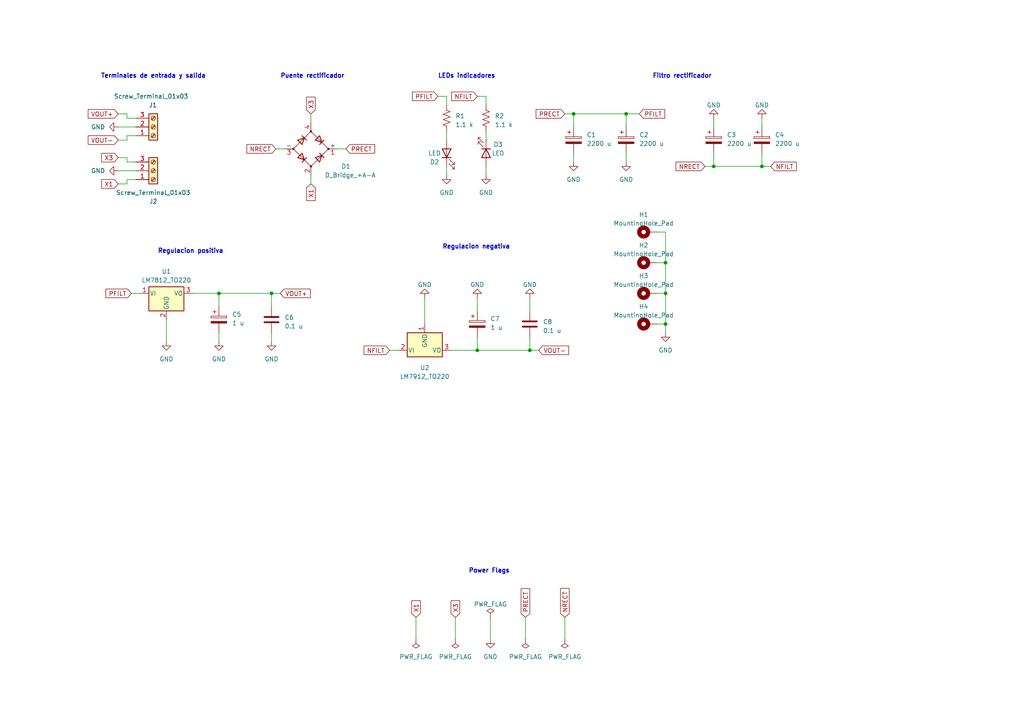
<source format=kicad_sch>
(kicad_sch (version 20230121) (generator eeschema)
  (paper "A4")
  (lib_symbols
    (symbol "Connector:Screw_Terminal_01x03" (pin_names (offset 1.016) hide)
      (property "Reference" "J" (at 0 5.08 0))
      (property "Value" "Screw_Terminal_01x03" (at 0 -5.08 0))
      (symbol "Screw_Terminal_01x03_1_1"
        (rectangle (start -1.27 3.81) (end 1.27 -3.81) (stroke (width 0.254)) (fill (type background)))
        (circle (center 0 -2.54) (radius 0.635) (stroke (width 0.1524)))
        (polyline (pts (xy -0.5334 -2.2098) (xy 0.3302 -3.048)) (stroke (width 0.1524)))
        (polyline (pts (xy -0.5334 0.3302) (xy 0.3302 -0.508)) (stroke (width 0.1524)))
        (polyline (pts (xy -0.5334 2.8702) (xy 0.3302 2.032)) (stroke (width 0.1524)))
        (polyline (pts (xy -0.3556 -2.032) (xy 0.508 -2.8702)) (stroke (width 0.1524)))
        (polyline (pts (xy -0.3556 0.508) (xy 0.508 -0.3302)) (stroke (width 0.1524)))
        (polyline (pts (xy -0.3556 3.048) (xy 0.508 2.2098)) (stroke (width 0.1524)))
        (circle (center 0 0) (radius 0.635) (stroke (width 0.1524)))
        (circle (center 0 2.54) (radius 0.635) (stroke (width 0.1524)))
        (pin passive line (at -5.08 2.54 0) (length 3.81) (name "Pin_1") (number "1"))
        (pin passive line (at -5.08 0 0) (length 3.81) (name "Pin_2") (number "2"))
        (pin passive line (at -5.08 -2.54 0) (length 3.81) (name "Pin_3") (number "3"))
      )
    )
    (symbol "Device:C" (pin_numbers hide) (pin_names (offset 0.254))
      (property "Reference" "C" (at 0.635 2.54 0))
      (property "Value" "C" (at 0.635 -2.54 0))
      (symbol "C_0_1"
        (polyline (pts (xy -2.032 -0.762) (xy 2.032 -0.762)) (stroke (width 0.508)))
        (polyline (pts (xy -2.032 0.762) (xy 2.032 0.762)) (stroke (width 0.508)))
      )
      (symbol "C_1_1"
        (pin passive line (at 0 3.81 270) (length 2.794) (name "~") (number "1"))
        (pin passive line (at 0 -3.81 90) (length 2.794) (name "~") (number "2"))
      )
    )
    (symbol "Device:C_Polarized" (pin_numbers hide) (pin_names (offset 0.254))
      (property "Reference" "C" (at 0.635 2.54 0))
      (property "Value" "C_Polarized" (at 0.635 -2.54 0))
      (symbol "C_Polarized_0_1"
        (rectangle (start -2.286 0.508) (end 2.286 1.016))
        (polyline (pts (xy -1.778 2.286) (xy -0.762 2.286)))
        (polyline (pts (xy -1.27 2.794) (xy -1.27 1.778)))
        (rectangle (start 2.286 -0.508) (end -2.286 -1.016) (fill (type outline)))
      )
      (symbol "C_Polarized_1_1"
        (pin passive line (at 0 3.81 270) (length 2.794) (name "~") (number "1"))
        (pin passive line (at 0 -3.81 90) (length 2.794) (name "~") (number "2"))
      )
    )
    (symbol "Device:D_Bridge_+A-A" (pin_names (offset 0))
      (property "Reference" "D" (at 2.54 6.985 0))
      (property "Value" "D_Bridge_+A-A" (at 2.54 5.08 0))
      (symbol "D_Bridge_+A-A_0_1"
        (circle (center -5.08 0) (radius 0.254) (fill (type outline)))
        (circle (center 0 -5.08) (radius 0.254) (fill (type outline)))
        (polyline (pts (xy -2.54 3.81) (xy -1.27 2.54)) (stroke (width 0.254)))
        (polyline (pts (xy -1.27 -2.54) (xy -2.54 -3.81)) (stroke (width 0.254)))
        (polyline (pts (xy 2.54 -1.27) (xy 3.81 -2.54)) (stroke (width 0.254)))
        (polyline (pts (xy 2.54 1.27) (xy 3.81 2.54)) (stroke (width 0.254)))
        (polyline (pts (xy -3.81 2.54) (xy -2.54 1.27) (xy -1.905 3.175) (xy -3.81 2.54)) (stroke (width 0.254)))
        (polyline (pts (xy -2.54 -1.27) (xy -3.81 -2.54) (xy -1.905 -3.175) (xy -2.54 -1.27)) (stroke (width 0.254)))
        (polyline (pts (xy 1.27 2.54) (xy 2.54 3.81) (xy 3.175 1.905) (xy 1.27 2.54)) (stroke (width 0.254)))
        (polyline (pts (xy 3.175 -1.905) (xy 1.27 -2.54) (xy 2.54 -3.81) (xy 3.175 -1.905)) (stroke (width 0.254)))
        (polyline (pts (xy -5.08 0) (xy 0 -5.08) (xy 5.08 0) (xy 0 5.08) (xy -5.08 0)))
        (circle (center 0 5.08) (radius 0.254) (fill (type outline)))
        (circle (center 5.08 0) (radius 0.254) (fill (type outline)))
      )
      (symbol "D_Bridge_+A-A_1_1"
        (pin passive line (at 7.62 0 180) (length 2.54) (name "+") (number "1"))
        (pin passive line (at 0 -7.62 90) (length 2.54) (name "~") (number "2"))
        (pin passive line (at -7.62 0 0) (length 2.54) (name "-") (number "3"))
        (pin passive line (at 0 7.62 270) (length 2.54) (name "~") (number "4"))
      )
    )
    (symbol "Device:LED" (pin_numbers hide) (pin_names (offset 1.016) hide)
      (property "Reference" "D" (at 0 2.54 0))
      (property "Value" "LED" (at 0 -2.54 0))
      (symbol "LED_0_1"
        (polyline (pts (xy -1.27 -1.27) (xy -1.27 1.27)) (stroke (width 0.254)))
        (polyline (pts (xy -1.27 0) (xy 1.27 0)))
        (polyline (pts (xy 1.27 -1.27) (xy 1.27 1.27) (xy -1.27 0) (xy 1.27 -1.27)) (stroke (width 0.254)))
        (polyline (pts (xy -3.048 -0.762) (xy -4.572 -2.286) (xy -3.81 -2.286) (xy -4.572 -2.286) (xy -4.572 -1.524)))
        (polyline (pts (xy -1.778 -0.762) (xy -3.302 -2.286) (xy -2.54 -2.286) (xy -3.302 -2.286) (xy -3.302 -1.524)))
      )
      (symbol "LED_1_1"
        (pin passive line (at -3.81 0 0) (length 2.54) (name "K") (number "1"))
        (pin passive line (at 3.81 0 180) (length 2.54) (name "A") (number "2"))
      )
    )
    (symbol "Device:R_US" (pin_numbers hide) (pin_names (offset 0))
      (property "Reference" "R" (at 2.54 0 90))
      (property "Value" "R_US" (at -2.54 0 90))
      (symbol "R_US_0_1"
        (polyline (pts (xy 0 -2.286) (xy 0 -2.54)))
        (polyline (pts (xy 0 2.286) (xy 0 2.54)))
        (polyline (pts (xy 0 -0.762) (xy 1.016 -1.143) (xy 0 -1.524) (xy -1.016 -1.905) (xy 0 -2.286)))
        (polyline (pts (xy 0 0.762) (xy 1.016 0.381) (xy 0 0) (xy -1.016 -0.381) (xy 0 -0.762)))
        (polyline (pts (xy 0 2.286) (xy 1.016 1.905) (xy 0 1.524) (xy -1.016 1.143) (xy 0 0.762)))
      )
      (symbol "R_US_1_1"
        (pin passive line (at 0 3.81 270) (length 1.27) (name "~") (number "1"))
        (pin passive line (at 0 -3.81 90) (length 1.27) (name "~") (number "2"))
      )
    )
    (symbol "Mechanical:MountingHole_Pad" (pin_numbers hide) (pin_names (offset 1.016) hide)
      (property "Reference" "H" (at 0 6.35 0))
      (property "Value" "MountingHole_Pad" (at 0 4.445 0))
      (symbol "MountingHole_Pad_0_1"
        (circle (center 0 1.27) (radius 1.27) (stroke (width 1.27)))
      )
      (symbol "MountingHole_Pad_1_1"
        (pin input line (at 0 -2.54 90) (length 2.54) (name "1") (number "1"))
      )
    )
    (symbol "Regulator_Linear:LM7812_TO220" (pin_names (offset 0.254))
      (property "Reference" "U" (at -3.81 3.175 0))
      (property "Value" "LM7812_TO220" (at 0 3.175 0))
      (symbol "LM7812_TO220_0_1"
        (rectangle (start -5.08 1.905) (end 5.08 -5.08) (stroke (width 0.254)) (fill (type background)))
      )
      (symbol "LM7812_TO220_1_1"
        (pin power_in line (at -7.62 0 0) (length 2.54) (name "VI") (number "1"))
        (pin power_in line (at 0 -7.62 90) (length 2.54) (name "GND") (number "2"))
        (pin power_out line (at 7.62 0 180) (length 2.54) (name "VO") (number "3"))
      )
    )
    (symbol "Regulator_Linear:LM7912_TO220" (pin_names (offset 0.254))
      (property "Reference" "U" (at -3.81 -3.175 0))
      (property "Value" "LM7912_TO220" (at 0 -3.175 0))
      (symbol "LM7912_TO220_0_1"
        (rectangle (start -5.08 5.08) (end 5.08 -1.905) (stroke (width 0.254)) (fill (type background)))
      )
      (symbol "LM7912_TO220_1_1"
        (pin power_in line (at 0 7.62 270) (length 2.54) (name "GND") (number "1"))
        (pin power_in line (at -7.62 0 0) (length 2.54) (name "VI") (number "2"))
        (pin power_out line (at 7.62 0 180) (length 2.54) (name "VO") (number "3"))
      )
    )
    (symbol "power:GND" (power) (pin_names (offset 0))
      (property "Value" "GND" (at 0 -3.81 0))
      (symbol "GND_0_1"
        (polyline (pts (xy 0 0) (xy 0 -1.27) (xy 1.27 -1.27) (xy 0 -2.54) (xy -1.27 -1.27) (xy 0 -1.27)))
      )
      (symbol "GND_1_1"
        (pin power_in line (at 0 0 270) (length 0) hide (name "GND") (number "1"))
      )
    )
    (symbol "power:PWR_FLAG" (power) (pin_numbers hide) (pin_names (offset 0) hide)
      (property "Value" "PWR_FLAG" (at 0 3.81 0))
      (symbol "PWR_FLAG_0_0"
        (pin power_out line (at 0 0 90) (length 0) (name "pwr") (number "1"))
      )
      (symbol "PWR_FLAG_0_1"
        (polyline (pts (xy 0 0) (xy 0 1.27) (xy -1.016 1.905) (xy 0 2.54) (xy 1.016 1.905) (xy 0 1.27)))
      )
    )
  )
  (junction (at 181.61 33.02))
  (junction (at 78.74 85.09))
  (junction (at 220.98 48.26))
  (junction (at 153.67 101.6))
  (junction (at 207.01 48.26))
  (junction (at 166.37 33.02))
  (junction (at 193.04 93.98))
  (junction (at 193.04 85.09))
  (junction (at 63.5 85.09))
  (junction (at 193.04 76.2))
  (junction (at 138.43 101.6))
  (wire (pts (xy 138.43 97.79) (xy 138.43 101.6)))
  (wire (pts (xy 140.97 40.64) (xy 140.97 38.1)))
  (wire (pts (xy 81.28 85.09) (xy 78.74 85.09)))
  (wire (pts (xy 153.67 101.6) (xy 138.43 101.6)))
  (wire (pts (xy 140.97 30.48) (xy 140.97 27.94)))
  (wire (pts (xy 166.37 33.02) (xy 181.61 33.02)))
  (wire (pts (xy 39.37 52.07) (xy 36.83 52.07)))
  (wire (pts (xy 113.03 101.6) (xy 115.57 101.6)))
  (wire (pts (xy 190.5 93.98) (xy 193.04 93.98)))
  (wire (pts (xy 181.61 44.45) (xy 181.61 46.99)))
  (wire (pts (xy 220.98 48.26) (xy 223.52 48.26)))
  (wire (pts (xy 36.83 45.72) (xy 34.29 45.72)))
  (wire (pts (xy 48.26 92.71) (xy 48.26 99.06)))
  (wire (pts (xy 129.54 27.94) (xy 129.54 30.48)))
  (wire (pts (xy 90.17 33.02) (xy 90.17 35.56)))
  (wire (pts (xy 153.67 97.79) (xy 153.67 101.6)))
  (wire (pts (xy 166.37 36.83) (xy 166.37 33.02)))
  (wire (pts (xy 193.04 93.98) (xy 193.04 96.52)))
  (wire (pts (xy 34.29 36.83) (xy 39.37 36.83)))
  (wire (pts (xy 38.1 85.09) (xy 40.64 85.09)))
  (wire (pts (xy 55.88 85.09) (xy 63.5 85.09)))
  (wire (pts (xy 63.5 85.09) (xy 63.5 88.9)))
  (wire (pts (xy 39.37 49.53) (xy 34.29 49.53)))
  (wire (pts (xy 78.74 96.52) (xy 78.74 99.06)))
  (wire (pts (xy 138.43 27.94) (xy 140.97 27.94)))
  (wire (pts (xy 140.97 48.26) (xy 140.97 50.8)))
  (wire (pts (xy 120.65 179.07) (xy 120.65 185.42)))
  (wire (pts (xy 36.83 53.34) (xy 34.29 53.34)))
  (wire (pts (xy 78.74 88.9) (xy 78.74 85.09)))
  (wire (pts (xy 193.04 67.31) (xy 193.04 76.2)))
  (wire (pts (xy 207.01 48.26) (xy 220.98 48.26)))
  (wire (pts (xy 138.43 101.6) (xy 130.81 101.6)))
  (wire (pts (xy 80.01 43.18) (xy 82.55 43.18)))
  (wire (pts (xy 34.29 33.02) (xy 36.83 33.02)))
  (wire (pts (xy 163.83 179.07) (xy 163.83 185.42)))
  (wire (pts (xy 132.08 179.07) (xy 132.08 185.42)))
  (wire (pts (xy 166.37 44.45) (xy 166.37 46.99)))
  (wire (pts (xy 129.54 48.26) (xy 129.54 50.8)))
  (wire (pts (xy 123.19 86.36) (xy 123.19 93.98)))
  (wire (pts (xy 36.83 52.07) (xy 36.83 53.34)))
  (wire (pts (xy 90.17 50.8) (xy 90.17 53.34)))
  (wire (pts (xy 36.83 46.99) (xy 36.83 45.72)))
  (wire (pts (xy 190.5 67.31) (xy 193.04 67.31)))
  (wire (pts (xy 163.83 33.02) (xy 166.37 33.02)))
  (wire (pts (xy 36.83 34.29) (xy 39.37 34.29)))
  (wire (pts (xy 207.01 44.45) (xy 207.01 48.26)))
  (wire (pts (xy 190.5 76.2) (xy 193.04 76.2)))
  (wire (pts (xy 127 27.94) (xy 129.54 27.94)))
  (wire (pts (xy 63.5 96.52) (xy 63.5 99.06)))
  (wire (pts (xy 207.01 34.29) (xy 207.01 36.83)))
  (wire (pts (xy 34.29 40.64) (xy 36.83 40.64)))
  (wire (pts (xy 156.21 101.6) (xy 153.67 101.6)))
  (wire (pts (xy 181.61 33.02) (xy 181.61 36.83)))
  (wire (pts (xy 193.04 85.09) (xy 193.04 93.98)))
  (wire (pts (xy 97.79 43.18) (xy 100.33 43.18)))
  (wire (pts (xy 204.47 48.26) (xy 207.01 48.26)))
  (wire (pts (xy 220.98 44.45) (xy 220.98 48.26)))
  (wire (pts (xy 220.98 34.29) (xy 220.98 36.83)))
  (wire (pts (xy 63.5 85.09) (xy 78.74 85.09)))
  (wire (pts (xy 152.4 179.07) (xy 152.4 185.42)))
  (wire (pts (xy 138.43 86.36) (xy 138.43 90.17)))
  (wire (pts (xy 129.54 40.64) (xy 129.54 38.1)))
  (wire (pts (xy 36.83 39.37) (xy 39.37 39.37)))
  (wire (pts (xy 39.37 46.99) (xy 36.83 46.99)))
  (wire (pts (xy 36.83 40.64) (xy 36.83 39.37)))
  (wire (pts (xy 153.67 86.36) (xy 153.67 90.17)))
  (wire (pts (xy 36.83 33.02) (xy 36.83 34.29)))
  (wire (pts (xy 142.24 179.07) (xy 142.24 185.42)))
  (wire (pts (xy 190.5 85.09) (xy 193.04 85.09)))
  (wire (pts (xy 181.61 33.02) (xy 185.42 33.02)))
  (wire (pts (xy 193.04 76.2) (xy 193.04 85.09)))
  (text "Filtro rectificador" (at 189.23 22.86 0) (effects (font (size 1.27 1.27) bold) (justify left bottom)))
  (text "Power Flags" (at 135.89 166.37 0) (effects (font (size 1.27 1.27) bold) (justify left bottom)))
  (text "LEDs indicadores" (at 127 22.86 0) (effects (font (size 1.27 1.27) bold) (justify left bottom)))
  (text "Terminales de entrada y salida" (at 29.21 22.86 0) (effects (font (size 1.27 1.27) (thickness 0.254) bold) (justify left bottom)))
  (text "Regulacion negativa" (at 128.27 72.39 0) (effects (font (size 1.27 1.27) bold) (justify left bottom)))
  (text "Regulacion positiva" (at 45.72 73.66 0) (effects (font (size 1.27 1.27) bold) (justify left bottom)))
  (text "Puente rectificador" (at 81.28 22.86 0) (effects (font (size 1.27 1.27) bold) (justify left bottom)))
  (global_label "X1" (shape input) (at 34.29 53.34 180) (property "Intersheetrefs" "${INTERSHEET_REFS}" (effects hide)))
  (global_label "VOUT+" (shape input) (at 34.29 33.02 180) (property "Intersheetrefs" "${INTERSHEET_REFS}" (effects hide)))
  (global_label "PFILT" (shape input) (at 185.42 33.02 0) (property "Intersheetrefs" "${INTERSHEET_REFS}" (effects hide)))
  (global_label "VOUT-" (shape input) (at 156.21 101.6 0) (property "Intersheetrefs" "${INTERSHEET_REFS}" (effects hide)))
  (global_label "NRECT" (shape input) (at 204.47 48.26 180) (property "Intersheetrefs" "${INTERSHEET_REFS}" (effects hide)))
  (global_label "PRECT" (shape input) (at 100.33 43.18 0) (property "Intersheetrefs" "${INTERSHEET_REFS}" (effects hide)))
  (global_label "X3" (shape input) (at 90.17 33.02 90) (property "Intersheetrefs" "${INTERSHEET_REFS}" (effects hide)))
  (global_label "X3" (shape input) (at 132.08 179.07 90) (property "Intersheetrefs" "${INTERSHEET_REFS}" (effects hide)))
  (global_label "PFILT" (shape input) (at 127 27.94 180) (property "Intersheetrefs" "${INTERSHEET_REFS}" (effects hide)))
  (global_label "NFILT" (shape input) (at 223.52 48.26 0) (property "Intersheetrefs" "${INTERSHEET_REFS}" (effects hide)))
  (global_label "PFILT" (shape input) (at 38.1 85.09 180) (property "Intersheetrefs" "${INTERSHEET_REFS}" (effects hide)))
  (global_label "NFILT" (shape input) (at 113.03 101.6 180) (property "Intersheetrefs" "${INTERSHEET_REFS}" (effects hide)))
  (global_label "NRECT" (shape input) (at 80.01 43.18 180) (property "Intersheetrefs" "${INTERSHEET_REFS}" (effects hide)))
  (global_label "X3" (shape input) (at 34.29 45.72 180) (property "Intersheetrefs" "${INTERSHEET_REFS}" (effects hide)))
  (global_label "X1" (shape input) (at 120.65 179.07 90) (property "Intersheetrefs" "${INTERSHEET_REFS}" (effects hide)))
  (global_label "PRECT" (shape input) (at 152.4 179.07 90) (property "Intersheetrefs" "${INTERSHEET_REFS}" (effects hide)))
  (global_label "PRECT" (shape input) (at 163.83 33.02 180) (property "Intersheetrefs" "${INTERSHEET_REFS}" (effects hide)))
  (global_label "NRECT" (shape input) (at 163.83 179.07 90) (property "Intersheetrefs" "${INTERSHEET_REFS}" (effects hide)))
  (global_label "VOUT+" (shape input) (at 81.28 85.09 0) (property "Intersheetrefs" "${INTERSHEET_REFS}" (effects hide)))
  (global_label "NFILT" (shape input) (at 138.43 27.94 180) (property "Intersheetrefs" "${INTERSHEET_REFS}" (effects hide)))
  (global_label "X1" (shape input) (at 90.17 53.34 270) (property "Intersheetrefs" "${INTERSHEET_REFS}" (effects hide)))
  (global_label "VOUT-" (shape input) (at 34.29 40.64 180) (property "Intersheetrefs" "${INTERSHEET_REFS}" (effects hide)))
  (symbol (lib_id "Device:D_Bridge_+A-A") (at 90.17 43.18 0) (unit 1)
    (property "Reference" "D1" (at 100.33 48.26 0))
    (property "Value" "D_Bridge_+A-A" (at 101.6 50.8 0))
    (property "Footprint" "Diode_THT:Diode_Bridge_Round_D9.0mm" (effects hide))
  )
  (symbol (lib_id "power:GND") (at 220.98 34.29 180) (unit 1)
    (property "Reference" "#PWR02" (effects hide))
    (property "Value" "GND" (at 220.98 30.48 0))
  )
  (symbol (lib_id "power:GND") (at 207.01 34.29 180) (unit 1)
    (property "Reference" "#PWR01" (effects hide))
    (property "Value" "GND" (at 207.01 30.48 0))
  )
  (symbol (lib_id "power:GND") (at 63.5 99.06 0) (unit 1)
    (property "Reference" "#PWR013" (effects hide))
    (property "Value" "GND" (at 63.5 104.14 0))
  )
  (symbol (lib_id "power:GND") (at 78.74 99.06 0) (unit 1)
    (property "Reference" "#PWR014" (effects hide))
    (property "Value" "GND" (at 78.74 104.14 0))
  )
  (symbol (lib_id "power:GND") (at 193.04 96.52 0) (unit 1)
    (property "Reference" "#PWR016" (effects hide))
    (property "Value" "GND" (at 193.04 101.6 0))
  )
  (symbol (lib_id "Device:C_Polarized") (at 166.37 40.64 0) (unit 1)
    (property "Reference" "C1" (at 170.18 39.116 0) (effects (justify left)))
    (property "Value" "2200 u" (at 170.18 41.656 0) (effects (justify left)))
    (property "Footprint" "Capacitor_THT:CP_Radial_D13.0mm_P5.00mm" (effects hide))
  )
  (symbol (lib_id "Device:C_Polarized") (at 207.01 40.64 0) (unit 1)
    (property "Reference" "C3" (at 210.82 39.116 0) (effects (justify left)))
    (property "Value" "2200 u" (at 210.82 41.656 0) (effects (justify left)))
    (property "Footprint" "Capacitor_THT:CP_Radial_D13.0mm_P5.00mm" (effects hide))
  )
  (symbol (lib_id "Device:R_US") (at 140.97 34.29 0) (unit 1)
    (property "Reference" "R2" (at 143.51 33.655 0) (effects (justify left)))
    (property "Value" "1.1 k" (at 143.51 36.195 0) (effects (justify left)))
    (property "Footprint" "Resistor_THT:R_Axial_DIN0207_L6.3mm_D2.5mm_P10.16mm_Horizontal" (effects hide))
  )
  (symbol (lib_id "power:GND") (at 166.37 46.99 0) (unit 1)
    (property "Reference" "#PWR04" (effects hide))
    (property "Value" "GND" (at 166.37 52.07 0))
  )
  (symbol (lib_id "Mechanical:MountingHole_Pad") (at 187.96 67.31 90) (unit 1)
    (property "Reference" "H1" (at 186.69 62.23 90))
    (property "Value" "MountingHole_Pad" (at 186.69 64.77 90))
    (property "Footprint" "MountingHole:MountingHole_3mm_Pad" (effects hide))
  )
  (symbol (lib_id "Device:LED") (at 129.54 44.45 90) (unit 1)
    (property "Reference" "D2" (at 126.0475 46.99 90))
    (property "Value" "LED" (at 126.0475 44.45 90))
    (property "Footprint" "LED_THT:LED_D5.0mm_Horizontal_O6.35mm_Z3.0mm" (effects hide))
  )
  (symbol (lib_id "Regulator_Linear:LM7912_TO220") (at 123.19 101.6 0) (unit 1)
    (property "Reference" "U2" (at 123.19 106.68 0))
    (property "Value" "LM7912_TO220" (at 123.19 109.22 0))
    (property "Footprint" "Package_TO_SOT_THT:TO-220-3_Vertical" (effects hide))
    (property "Datasheet" "hhttps://www.onsemi.com/pub/Collateral/MC7900-D.PDF" (effects hide))
  )
  (symbol (lib_id "Device:C_Polarized") (at 138.43 93.98 0) (unit 1)
    (property "Reference" "C7" (at 142.24 92.456 0) (effects (justify left)))
    (property "Value" "1 u" (at 142.24 94.996 0) (effects (justify left)))
    (property "Footprint" "Capacitor_THT:CP_Radial_D5.0mm_P2.00mm" (effects hide))
  )
  (symbol (lib_id "Device:R_US") (at 129.54 34.29 0) (unit 1)
    (property "Reference" "R1" (at 132.08 33.655 0) (effects (justify left)))
    (property "Value" "1.1 k" (at 132.08 36.195 0) (effects (justify left)))
    (property "Footprint" "Resistor_THT:R_Axial_DIN0207_L6.3mm_D2.5mm_P10.16mm_Horizontal" (effects hide))
  )
  (symbol (lib_id "Device:C_Polarized") (at 181.61 40.64 0) (unit 1)
    (property "Reference" "C2" (at 185.42 39.116 0) (effects (justify left)))
    (property "Value" "2200 u" (at 185.42 41.656 0) (effects (justify left)))
    (property "Footprint" "Capacitor_THT:CP_Radial_D13.0mm_P5.00mm" (effects hide))
  )
  (symbol (lib_id "Mechanical:MountingHole_Pad") (at 187.96 76.2 90) (unit 1)
    (property "Reference" "H2" (at 186.69 71.12 90))
    (property "Value" "MountingHole_Pad" (at 186.69 73.66 90))
    (property "Footprint" "MountingHole:MountingHole_3mm_Pad" (effects hide))
  )
  (symbol (lib_id "power:GND") (at 142.24 185.42 0) (unit 1)
    (property "Reference" "#PWR015" (effects hide))
    (property "Value" "GND" (at 142.24 190.5 0))
  )
  (symbol (lib_id "power:GND") (at 140.97 50.8 0) (unit 1)
    (property "Reference" "#PWR08" (effects hide))
    (property "Value" "GND" (at 140.97 55.88 0))
  )
  (symbol (lib_id "power:PWR_FLAG") (at 152.4 185.42 180) (unit 1)
    (property "Reference" "#FLG04" (effects hide))
    (property "Value" "PWR_FLAG" (at 152.4 190.5 0))
  )
  (symbol (lib_id "Device:C_Polarized") (at 220.98 40.64 0) (unit 1)
    (property "Reference" "C4" (at 224.79 39.116 0) (effects (justify left)))
    (property "Value" "2200 u" (at 224.79 41.656 0) (effects (justify left)))
    (property "Footprint" "Capacitor_THT:CP_Radial_D13.0mm_P5.00mm" (effects hide))
  )
  (symbol (lib_id "power:GND") (at 181.61 46.99 0) (unit 1)
    (property "Reference" "#PWR05" (effects hide))
    (property "Value" "GND" (at 181.61 52.07 0))
  )
  (symbol (lib_id "power:GND") (at 129.54 50.8 0) (unit 1)
    (property "Reference" "#PWR07" (effects hide))
    (property "Value" "GND" (at 129.54 55.88 0))
  )
  (symbol (lib_id "Connector:Screw_Terminal_01x03") (at 44.45 49.53 0) (mirror x) (unit 1)
    (property "Reference" "J2" (at 44.45 58.42 0))
    (property "Value" "Screw_Terminal_01x03" (at 44.45 55.88 0))
    (property "Footprint" "TerminalBlock_Phoenix:TerminalBlock_Phoenix_MKDS-1,5-3_1x03_P5.00mm_Horizontal" (effects hide))
  )
  (symbol (lib_id "power:PWR_FLAG") (at 142.24 179.07 0) (unit 1)
    (property "Reference" "#FLG01" (effects hide))
    (property "Value" "PWR_FLAG" (at 142.24 175.26 0))
  )
  (symbol (lib_id "power:PWR_FLAG") (at 132.08 185.42 180) (unit 1)
    (property "Reference" "#FLG03" (effects hide))
    (property "Value" "PWR_FLAG" (at 132.08 190.5 0))
  )
  (symbol (lib_id "power:PWR_FLAG") (at 120.65 185.42 180) (unit 1)
    (property "Reference" "#FLG02" (effects hide))
    (property "Value" "PWR_FLAG" (at 120.65 190.5 0))
  )
  (symbol (lib_id "power:GND") (at 34.29 49.53 270) (unit 1)
    (property "Reference" "#PWR06" (effects hide))
    (property "Value" "GND" (at 30.48 49.53 90) (effects (justify right)))
  )
  (symbol (lib_id "power:GND") (at 34.29 36.83 270) (unit 1)
    (property "Reference" "#PWR03" (effects hide))
    (property "Value" "GND" (at 30.48 36.83 90) (effects (justify right)))
  )
  (symbol (lib_id "Mechanical:MountingHole_Pad") (at 187.96 93.98 90) (unit 1)
    (property "Reference" "H4" (at 186.69 88.9 90))
    (property "Value" "MountingHole_Pad" (at 186.69 91.44 90))
    (property "Footprint" "MountingHole:MountingHole_3mm_Pad" (effects hide))
  )
  (symbol (lib_id "Device:C_Polarized") (at 63.5 92.71 0) (unit 1)
    (property "Reference" "C5" (at 67.31 91.186 0) (effects (justify left)))
    (property "Value" "1 u" (at 67.31 93.726 0) (effects (justify left)))
    (property "Footprint" "Capacitor_THT:CP_Radial_D5.0mm_P2.00mm" (effects hide))
  )
  (symbol (lib_id "Device:C") (at 153.67 93.98 0) (unit 1)
    (property "Reference" "C8" (at 157.48 93.345 0) (effects (justify left)))
    (property "Value" "0.1 u" (at 157.48 95.885 0) (effects (justify left)))
    (property "Footprint" "Capacitor_THT:C_Disc_D5.0mm_W2.5mm_P2.50mm" (effects hide))
  )
  (symbol (lib_id "Device:C") (at 78.74 92.71 0) (unit 1)
    (property "Reference" "C6" (at 82.55 92.075 0) (effects (justify left)))
    (property "Value" "0.1 u" (at 82.55 94.615 0) (effects (justify left)))
    (property "Footprint" "Capacitor_THT:C_Disc_D5.0mm_W2.5mm_P2.50mm" (effects hide))
  )
  (symbol (lib_id "power:GND") (at 138.43 86.36 180) (unit 1)
    (property "Reference" "#PWR010" (effects hide))
    (property "Value" "GND" (at 138.43 82.55 0))
  )
  (symbol (lib_id "Mechanical:MountingHole_Pad") (at 187.96 85.09 90) (unit 1)
    (property "Reference" "H3" (at 186.69 80.01 90))
    (property "Value" "MountingHole_Pad" (at 186.69 82.55 90))
    (property "Footprint" "MountingHole:MountingHole_3mm_Pad" (effects hide))
  )
  (symbol (lib_id "power:GND") (at 48.26 99.06 0) (unit 1)
    (property "Reference" "#PWR012" (effects hide))
    (property "Value" "GND" (at 48.26 104.14 0))
  )
  (symbol (lib_id "Connector:Screw_Terminal_01x03") (at 44.45 36.83 0) (mirror x) (unit 1)
    (property "Reference" "J1" (at 43.18 30.48 0) (effects (justify left)))
    (property "Value" "Screw_Terminal_01x03" (at 33.02 27.94 0) (effects (justify left)))
    (property "Footprint" "TerminalBlock_Phoenix:TerminalBlock_Phoenix_MKDS-1,5-3_1x03_P5.00mm_Horizontal" (effects hide))
  )
  (symbol (lib_id "power:GND") (at 123.19 86.36 180) (unit 1)
    (property "Reference" "#PWR09" (effects hide))
    (property "Value" "GND" (at 123.19 82.55 0))
  )
  (symbol (lib_id "power:GND") (at 153.67 86.36 180) (unit 1)
    (property "Reference" "#PWR011" (effects hide))
    (property "Value" "GND" (at 153.67 82.55 0))
  )
  (symbol (lib_id "power:PWR_FLAG") (at 163.83 185.42 180) (unit 1)
    (property "Reference" "#FLG05" (effects hide))
    (property "Value" "PWR_FLAG" (at 163.83 190.5 0))
  )
  (symbol (lib_id "Device:LED") (at 140.97 44.45 270) (unit 1)
    (property "Reference" "D3" (at 144.4625 41.91 90))
    (property "Value" "LED" (at 144.4625 44.45 90))
    (property "Footprint" "LED_THT:LED_D5.0mm_Horizontal_O6.35mm_Z3.0mm" (effects hide))
  )
  (symbol (lib_id "Regulator_Linear:LM7812_TO220") (at 48.26 85.09 0) (unit 1)
    (property "Reference" "U1" (at 48.26 78.74 0))
    (property "Value" "LM7812_TO220" (at 48.26 81.28 0))
    (property "Footprint" "Package_TO_SOT_THT:TO-220-3_Vertical" (effects hide))
    (property "Datasheet" "https://www.onsemi.cn/PowerSolutions/document/MC7800-D.PDF" (effects hide))
  )
)
</source>
